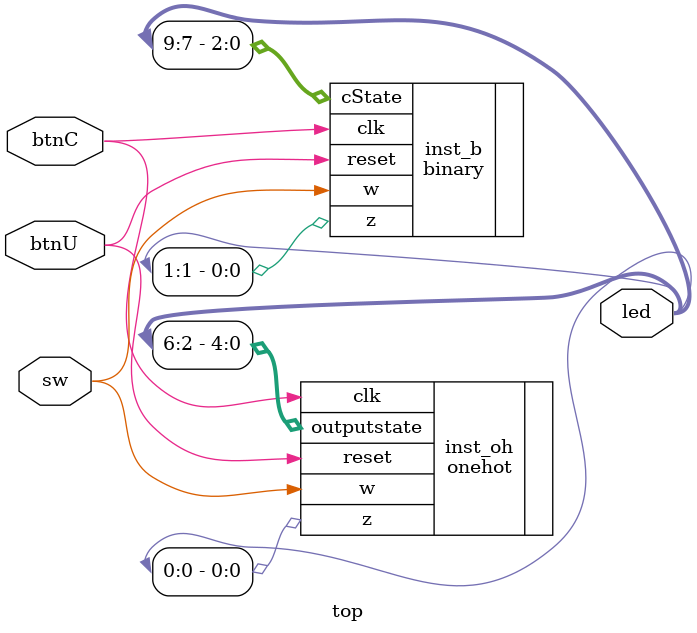
<source format=v>
module top(
    input sw, // w
    output [9:0] led, // see IO table
    input btnC, // clk
    input btnU // reset
);

    onehot inst_oh(
        .w(sw),
        .clk(btnC),
        .z(led[0]),
        .outputstate(led[6:2]),
        .reset(btnU)
    );
    binary inst_b(
        .w(sw),
        .clk(btnC),
        .reset(btnU),
        .z(led[1]),
        .cState(led[9:7])
    );

endmodule
</source>
